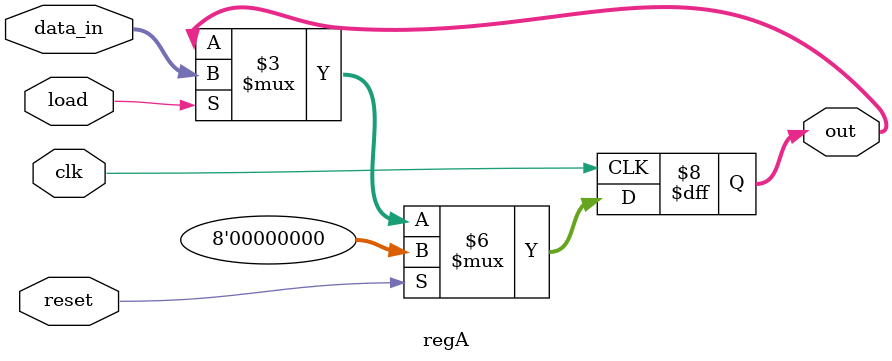
<source format=v>
module regA(
    input clk,             // Señal de reloj
    input reset,           // Reset
    input [7:0] data_in,   // Dato de entrada (desde ALU)
    input load,            // Señal de carga (L_A desde Control Unit)
    output reg [7:0] out   // Salida del registro
);

    // Estado inicial
    initial begin
        out = 8'b00000000;
    end

    always @(posedge clk) begin
        if (reset) begin
            out <= 8'b00000000;   // Reinicia el registro a 0
        end else if (load) begin
            out <= data_in;       // Cargar nuevo valor
        end
        // Si reset=0 y load=0 → mantiene valor actual
    end
endmodule

</source>
